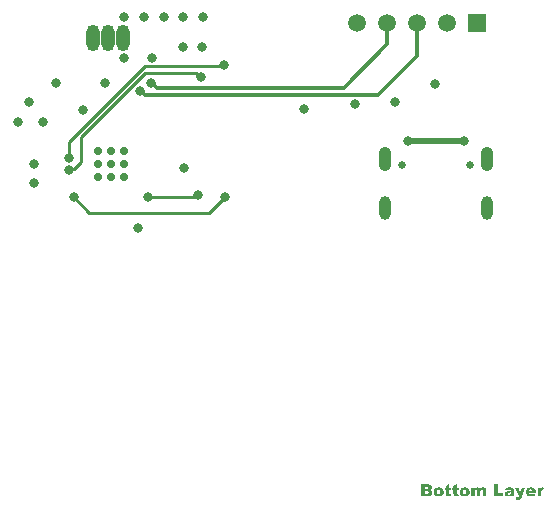
<source format=gbr>
%TF.GenerationSoftware,Altium Limited,Altium Designer,23.11.1 (41)*%
G04 Layer_Physical_Order=4*
G04 Layer_Color=16711680*
%FSLAX26Y26*%
%MOIN*%
%TF.SameCoordinates,9526E2AF-B100-4743-A6B5-6A4C7E8B4C09*%
%TF.FilePolarity,Positive*%
%TF.FileFunction,Copper,L4,Bot,Signal*%
%TF.Part,Single*%
G01*
G75*
%TA.AperFunction,Conductor*%
%ADD23C,0.009842*%
%ADD24C,0.019685*%
%ADD25C,0.011811*%
%TA.AperFunction,ComponentPad*%
%ADD28C,0.025591*%
%ADD29O,0.041339X0.082677*%
%ADD30O,0.039370X0.078740*%
%ADD31R,0.059055X0.059055*%
%ADD32C,0.059055*%
%ADD33O,0.043622X0.088976*%
%TA.AperFunction,ViaPad*%
%ADD34C,0.031496*%
%ADD35C,0.027559*%
G36*
X1901784Y-829003D02*
X1902178D01*
X1902637Y-829069D01*
X1903687Y-829266D01*
X1904802Y-829594D01*
X1906048Y-830119D01*
X1907229Y-830840D01*
X1907754Y-831234D01*
X1908279Y-831759D01*
X1908410Y-831890D01*
X1908541Y-832021D01*
X1908672Y-832283D01*
X1908869Y-832546D01*
X1909131Y-832939D01*
X1909328Y-833399D01*
X1909591Y-833858D01*
X1909853Y-834448D01*
X1910050Y-835039D01*
X1910312Y-835760D01*
X1910509Y-836547D01*
X1910640Y-837400D01*
X1910772Y-838319D01*
X1910903Y-839303D01*
Y-840352D01*
Y-858523D01*
X1899751D01*
Y-842058D01*
Y-841992D01*
Y-841730D01*
X1899685Y-841402D01*
Y-840943D01*
X1899423Y-839959D01*
X1899226Y-839499D01*
X1898964Y-839106D01*
X1898898Y-839040D01*
X1898767Y-838843D01*
X1898504Y-838647D01*
X1898176Y-838319D01*
X1897783Y-838056D01*
X1897323Y-837859D01*
X1896799Y-837663D01*
X1896208Y-837597D01*
X1895880D01*
X1895552Y-837663D01*
X1895093Y-837794D01*
X1894568Y-837925D01*
X1894043Y-838187D01*
X1893519Y-838581D01*
X1893060Y-839040D01*
X1892994Y-839106D01*
X1892863Y-839303D01*
X1892666Y-839631D01*
X1892469Y-840155D01*
X1892272Y-840811D01*
X1892075Y-841599D01*
X1891944Y-842517D01*
X1891879Y-843632D01*
Y-858523D01*
X1880727D01*
Y-842648D01*
Y-842583D01*
Y-842320D01*
Y-841992D01*
Y-841599D01*
X1880595Y-840746D01*
X1880530Y-840352D01*
X1880464Y-840024D01*
Y-839959D01*
X1880399Y-839827D01*
X1880202Y-839434D01*
X1879808Y-838843D01*
X1879218Y-838319D01*
X1879152Y-838253D01*
X1879087Y-838187D01*
X1878890Y-838056D01*
X1878628Y-837925D01*
X1877972Y-837728D01*
X1877643Y-837597D01*
X1876856D01*
X1876528Y-837663D01*
X1876069Y-837794D01*
X1875610Y-837925D01*
X1875085Y-838187D01*
X1874560Y-838581D01*
X1874035Y-839040D01*
X1873970Y-839106D01*
X1873839Y-839303D01*
X1873642Y-839696D01*
X1873445Y-840155D01*
X1873248Y-840811D01*
X1873052Y-841664D01*
X1872920Y-842648D01*
X1872855Y-843829D01*
Y-858523D01*
X1861703D01*
Y-829594D01*
X1872068D01*
Y-833858D01*
X1872199Y-833727D01*
X1872461Y-833399D01*
X1872920Y-832939D01*
X1873445Y-832415D01*
X1874167Y-831759D01*
X1874888Y-831168D01*
X1875741Y-830578D01*
X1876594Y-830119D01*
X1876725Y-830053D01*
X1876987Y-829922D01*
X1877512Y-829725D01*
X1878168Y-829528D01*
X1878956Y-829331D01*
X1879874Y-829135D01*
X1880924Y-829003D01*
X1882104Y-828938D01*
X1882695D01*
X1883285Y-829003D01*
X1884072Y-829069D01*
X1884991Y-829266D01*
X1885843Y-829463D01*
X1886762Y-829791D01*
X1887549Y-830184D01*
X1887615Y-830250D01*
X1887877Y-830447D01*
X1888271Y-830709D01*
X1888730Y-831103D01*
X1889255Y-831627D01*
X1889845Y-832283D01*
X1890370Y-833005D01*
X1890895Y-833858D01*
Y-833792D01*
X1891026Y-833727D01*
X1891354Y-833399D01*
X1891813Y-832939D01*
X1892469Y-832283D01*
X1893191Y-831693D01*
X1893978Y-831037D01*
X1894831Y-830447D01*
X1895618Y-829987D01*
X1895749Y-829922D01*
X1896012Y-829791D01*
X1896471Y-829659D01*
X1897127Y-829463D01*
X1897914Y-829266D01*
X1898832Y-829069D01*
X1899816Y-829003D01*
X1900997Y-828938D01*
X1901456D01*
X1901784Y-829003D01*
D02*
G37*
G36*
X2100421D02*
X2101077Y-829135D01*
X2101864Y-829331D01*
X2102783Y-829594D01*
X2103832Y-829987D01*
X2104882Y-830512D01*
X2101405Y-838384D01*
X2101340Y-838319D01*
X2101077Y-838253D01*
X2100749Y-838122D01*
X2100290Y-837925D01*
X2099306Y-837663D01*
X2098781Y-837597D01*
X2098322Y-837531D01*
X2097994D01*
X2097600Y-837597D01*
X2097075Y-837728D01*
X2096551Y-837991D01*
X2096026Y-838319D01*
X2095436Y-838778D01*
X2094976Y-839368D01*
X2094911Y-839499D01*
X2094845Y-839631D01*
X2094714Y-839893D01*
X2094583Y-840155D01*
X2094452Y-840549D01*
X2094255Y-841008D01*
X2094124Y-841533D01*
X2093992Y-842123D01*
X2093796Y-842845D01*
X2093664Y-843567D01*
X2093533Y-844485D01*
X2093402Y-845403D01*
X2093336Y-846453D01*
X2093271Y-847634D01*
Y-848880D01*
Y-858523D01*
X2082119D01*
Y-829594D01*
X2092483D01*
Y-834317D01*
X2092549Y-834251D01*
X2092746Y-833858D01*
X2093074Y-833333D01*
X2093468Y-832677D01*
X2093927Y-831955D01*
X2094452Y-831299D01*
X2094976Y-830643D01*
X2095567Y-830119D01*
X2095632Y-830053D01*
X2095829Y-829922D01*
X2096223Y-829725D01*
X2096682Y-829528D01*
X2097207Y-829331D01*
X2097863Y-829135D01*
X2098650Y-829003D01*
X2099503Y-828938D01*
X2099962D01*
X2100421Y-829003D01*
D02*
G37*
G36*
X2030032Y-860491D02*
Y-860557D01*
X2029967Y-860688D01*
X2029835Y-861016D01*
X2029704Y-861344D01*
X2029507Y-861738D01*
X2029311Y-862263D01*
X2028786Y-863378D01*
X2028196Y-864559D01*
X2027540Y-865739D01*
X2026818Y-866789D01*
X2026424Y-867248D01*
X2026031Y-867642D01*
X2025899Y-867773D01*
X2025703Y-867904D01*
X2025506Y-868035D01*
X2025178Y-868232D01*
X2024784Y-868495D01*
X2024391Y-868691D01*
X2023866Y-868954D01*
X2023275Y-869216D01*
X2022620Y-869413D01*
X2021898Y-869675D01*
X2021111Y-869872D01*
X2020258Y-870003D01*
X2019340Y-870135D01*
X2018290Y-870266D01*
X2016781D01*
X2016191Y-870200D01*
X2015403D01*
X2014354Y-870135D01*
X2013108Y-870003D01*
X2011599Y-869807D01*
X2009828Y-869610D01*
X2008975Y-861869D01*
X2009106D01*
X2009368Y-862000D01*
X2009893Y-862131D01*
X2010549Y-862263D01*
X2011336Y-862394D01*
X2012189Y-862525D01*
X2013239Y-862591D01*
X2014288Y-862656D01*
X2014616D01*
X2014944Y-862591D01*
X2015403Y-862525D01*
X2016453Y-862263D01*
X2016978Y-862066D01*
X2017437Y-861738D01*
X2017503Y-861672D01*
X2017634Y-861541D01*
X2017896Y-861344D01*
X2018159Y-861016D01*
X2018487Y-860557D01*
X2018880Y-859967D01*
X2019208Y-859311D01*
X2019536Y-858523D01*
X2007400Y-829594D01*
X2019077D01*
X2025047Y-848880D01*
X2030557Y-829594D01*
X2041512D01*
X2030032Y-860491D01*
D02*
G37*
G36*
X1990672Y-829003D02*
X1991984Y-829069D01*
X1993296Y-829200D01*
X1994674Y-829331D01*
X1995855Y-829528D01*
X1995986D01*
X1996380Y-829659D01*
X1996904Y-829791D01*
X1997626Y-830053D01*
X1998413Y-830381D01*
X1999266Y-830775D01*
X2000119Y-831299D01*
X2000906Y-831890D01*
X2000972Y-831955D01*
X2001168Y-832087D01*
X2001431Y-832415D01*
X2001759Y-832743D01*
X2002087Y-833267D01*
X2002480Y-833858D01*
X2002808Y-834579D01*
X2003136Y-835367D01*
X2003202Y-835432D01*
X2003267Y-835760D01*
X2003399Y-836154D01*
X2003595Y-836744D01*
X2003727Y-837400D01*
X2003858Y-838122D01*
X2003924Y-838843D01*
X2003989Y-839631D01*
Y-852423D01*
Y-852488D01*
Y-852751D01*
Y-853144D01*
Y-853603D01*
X2004055Y-854653D01*
X2004120Y-855178D01*
X2004186Y-855637D01*
Y-855703D01*
X2004252Y-855834D01*
X2004317Y-856096D01*
X2004448Y-856424D01*
X2004580Y-856818D01*
X2004776Y-857343D01*
X2005039Y-857867D01*
X2005367Y-858523D01*
X1994936D01*
Y-858458D01*
X1994871Y-858327D01*
X1994608Y-857867D01*
X1994346Y-857343D01*
X1994149Y-856883D01*
Y-856752D01*
X1994018Y-856424D01*
X1993887Y-855834D01*
X1993821Y-855440D01*
X1993755Y-854981D01*
X1993690Y-855047D01*
X1993362Y-855309D01*
X1992968Y-855703D01*
X1992378Y-856162D01*
X1991722Y-856621D01*
X1991000Y-857146D01*
X1990213Y-857605D01*
X1989426Y-857999D01*
X1989295Y-858064D01*
X1988901Y-858195D01*
X1988311Y-858392D01*
X1987458Y-858589D01*
X1986474Y-858786D01*
X1985293Y-858983D01*
X1983981Y-859114D01*
X1982538Y-859179D01*
X1982013D01*
X1981685Y-859114D01*
X1981226D01*
X1980767Y-859048D01*
X1979586Y-858851D01*
X1978340Y-858589D01*
X1977027Y-858195D01*
X1975781Y-857605D01*
X1974666Y-856818D01*
X1974535Y-856687D01*
X1974272Y-856359D01*
X1973813Y-855834D01*
X1973354Y-855178D01*
X1972829Y-854325D01*
X1972370Y-853275D01*
X1972108Y-852160D01*
X1971976Y-850914D01*
Y-850848D01*
Y-850783D01*
Y-850389D01*
X1972108Y-849733D01*
X1972239Y-849011D01*
X1972436Y-848159D01*
X1972764Y-847240D01*
X1973223Y-846322D01*
X1973879Y-845469D01*
X1973944Y-845403D01*
X1974272Y-845141D01*
X1974797Y-844747D01*
X1975519Y-844288D01*
X1976503Y-843763D01*
X1977093Y-843501D01*
X1977749Y-843239D01*
X1978471Y-842976D01*
X1979258Y-842779D01*
X1980111Y-842517D01*
X1981029Y-842320D01*
X1981095D01*
X1981292Y-842255D01*
X1981620Y-842189D01*
X1982013Y-842123D01*
X1982538Y-841992D01*
X1983128Y-841927D01*
X1984440Y-841664D01*
X1985752Y-841336D01*
X1987130Y-841074D01*
X1987720Y-840943D01*
X1988311Y-840811D01*
X1988770Y-840680D01*
X1989164Y-840615D01*
X1989229D01*
X1989492Y-840549D01*
X1989885Y-840418D01*
X1990410Y-840221D01*
X1991000Y-840024D01*
X1991656Y-839827D01*
X1993165Y-839237D01*
Y-839171D01*
Y-838909D01*
X1993100Y-838581D01*
X1993034Y-838122D01*
X1992837Y-837203D01*
X1992575Y-836744D01*
X1992312Y-836416D01*
X1992247Y-836351D01*
X1992116Y-836285D01*
X1991919Y-836154D01*
X1991591Y-835957D01*
X1991197Y-835826D01*
X1990672Y-835695D01*
X1990016Y-835629D01*
X1989295Y-835563D01*
X1988835D01*
X1988376Y-835629D01*
X1987720Y-835695D01*
X1986408Y-835957D01*
X1985752Y-836154D01*
X1985162Y-836482D01*
X1985096D01*
X1984965Y-836613D01*
X1984768Y-836810D01*
X1984572Y-837007D01*
X1984309Y-837400D01*
X1983981Y-837794D01*
X1983719Y-838319D01*
X1983456Y-838975D01*
X1972829Y-837859D01*
Y-837728D01*
X1972960Y-837400D01*
X1973091Y-836875D01*
X1973288Y-836285D01*
X1973485Y-835563D01*
X1973813Y-834842D01*
X1974141Y-834186D01*
X1974535Y-833530D01*
X1974600Y-833464D01*
X1974732Y-833267D01*
X1974994Y-832939D01*
X1975388Y-832546D01*
X1975847Y-832152D01*
X1976371Y-831693D01*
X1977027Y-831234D01*
X1977815Y-830775D01*
X1977880Y-830709D01*
X1978077Y-830643D01*
X1978405Y-830447D01*
X1978930Y-830315D01*
X1979520Y-830053D01*
X1980242Y-829856D01*
X1981095Y-829659D01*
X1982013Y-829463D01*
X1982144D01*
X1982472Y-829397D01*
X1982997Y-829266D01*
X1983719Y-829200D01*
X1984637Y-829069D01*
X1985555Y-829003D01*
X1986671Y-828938D01*
X1989557D01*
X1990672Y-829003D01*
D02*
G37*
G36*
X1949148Y-848683D02*
X1968499D01*
Y-858523D01*
X1936815D01*
Y-818573D01*
X1949148D01*
Y-848683D01*
D02*
G37*
G36*
X1718957Y-818639D02*
X1719416D01*
X1719941Y-818704D01*
X1721253Y-818901D01*
X1722696Y-819295D01*
X1724139Y-819819D01*
X1725583Y-820475D01*
X1726239Y-820935D01*
X1726829Y-821459D01*
X1726895D01*
X1726960Y-821591D01*
X1727354Y-821984D01*
X1727813Y-822575D01*
X1728403Y-823427D01*
X1728994Y-824477D01*
X1729519Y-825658D01*
X1729847Y-827035D01*
X1729912Y-827757D01*
X1729978Y-828544D01*
Y-828610D01*
Y-828675D01*
Y-828872D01*
Y-829135D01*
X1729847Y-829791D01*
X1729716Y-830643D01*
X1729453Y-831562D01*
X1729060Y-832611D01*
X1728469Y-833661D01*
X1727747Y-834645D01*
X1727682Y-834711D01*
X1727485Y-834907D01*
X1727091Y-835235D01*
X1726632Y-835629D01*
X1726042Y-836023D01*
X1725255Y-836482D01*
X1724402Y-836941D01*
X1723418Y-837335D01*
X1723484D01*
X1723615Y-837400D01*
X1723812Y-837466D01*
X1724139Y-837531D01*
X1724927Y-837794D01*
X1725845Y-838122D01*
X1726895Y-838647D01*
X1727944Y-839237D01*
X1728928Y-839959D01*
X1729781Y-840877D01*
X1729847Y-841008D01*
X1730109Y-841336D01*
X1730437Y-841861D01*
X1730831Y-842583D01*
X1731159Y-843501D01*
X1731487Y-844551D01*
X1731749Y-845797D01*
X1731815Y-847175D01*
Y-847240D01*
Y-847306D01*
Y-847699D01*
X1731749Y-848290D01*
X1731618Y-849077D01*
X1731421Y-849930D01*
X1731159Y-850848D01*
X1730831Y-851832D01*
X1730306Y-852816D01*
X1730240Y-852947D01*
X1730043Y-853210D01*
X1729716Y-853669D01*
X1729256Y-854194D01*
X1728732Y-854850D01*
X1728010Y-855440D01*
X1727288Y-856096D01*
X1726370Y-856687D01*
X1726304Y-856752D01*
X1726108Y-856818D01*
X1725714Y-857015D01*
X1725255Y-857211D01*
X1724599Y-857408D01*
X1723746Y-857605D01*
X1722828Y-857802D01*
X1721712Y-857999D01*
X1721515D01*
X1721319Y-858064D01*
X1721056D01*
X1720335Y-858130D01*
X1719416Y-858261D01*
X1718498Y-858327D01*
X1717580Y-858458D01*
X1716792Y-858523D01*
X1694882D01*
Y-818573D01*
X1718498D01*
X1718957Y-818639D01*
D02*
G37*
G36*
X2061258Y-829003D02*
X2061848D01*
X2062504Y-829069D01*
X2063226Y-829200D01*
X2064800Y-829397D01*
X2066440Y-829725D01*
X2068015Y-830184D01*
X2069458Y-830840D01*
X2069523D01*
X2069589Y-830906D01*
X2069786Y-831037D01*
X2070048Y-831168D01*
X2070704Y-831627D01*
X2071492Y-832218D01*
X2072410Y-833005D01*
X2073328Y-833989D01*
X2074181Y-835104D01*
X2074968Y-836351D01*
Y-836416D01*
X2075034Y-836482D01*
X2075165Y-836744D01*
X2075296Y-837007D01*
X2075427Y-837335D01*
X2075559Y-837794D01*
X2075756Y-838253D01*
X2075952Y-838843D01*
X2076084Y-839434D01*
X2076280Y-840155D01*
X2076608Y-841730D01*
X2076805Y-843567D01*
X2076871Y-845600D01*
Y-846847D01*
X2054632D01*
Y-846978D01*
X2054698Y-847306D01*
X2054764Y-847765D01*
X2054895Y-848355D01*
X2055091Y-849011D01*
X2055354Y-849667D01*
X2055616Y-850323D01*
X2056010Y-850848D01*
X2056075Y-850914D01*
X2056338Y-851111D01*
X2056666Y-851439D01*
X2057125Y-851767D01*
X2057781Y-852095D01*
X2058503Y-852423D01*
X2059290Y-852619D01*
X2060208Y-852685D01*
X2060471D01*
X2060799Y-852619D01*
X2061192Y-852554D01*
X2061651Y-852488D01*
X2062176Y-852357D01*
X2062767Y-852160D01*
X2063291Y-851898D01*
X2063357D01*
X2063423Y-851767D01*
X2063619Y-851635D01*
X2063882Y-851439D01*
X2064210Y-851242D01*
X2064538Y-850914D01*
X2064866Y-850520D01*
X2065260Y-850061D01*
X2076215Y-851045D01*
Y-851111D01*
X2076084Y-851242D01*
X2075952Y-851439D01*
X2075756Y-851767D01*
X2075231Y-852554D01*
X2074509Y-853472D01*
X2073591Y-854522D01*
X2072541Y-855571D01*
X2071426Y-856555D01*
X2070114Y-857343D01*
X2070048D01*
X2069983Y-857408D01*
X2069720Y-857539D01*
X2069458Y-857605D01*
X2069064Y-857736D01*
X2068671Y-857933D01*
X2068146Y-858064D01*
X2067555Y-858261D01*
X2066834Y-858458D01*
X2066112Y-858589D01*
X2065260Y-858720D01*
X2064341Y-858917D01*
X2063357Y-858983D01*
X2062307Y-859114D01*
X2061192Y-859179D01*
X2059093D01*
X2058568Y-859114D01*
X2058044D01*
X2056731Y-858983D01*
X2055288Y-858786D01*
X2053780Y-858523D01*
X2052271Y-858130D01*
X2050959Y-857605D01*
X2050893D01*
X2050827Y-857539D01*
X2050434Y-857277D01*
X2049778Y-856883D01*
X2049056Y-856359D01*
X2048204Y-855637D01*
X2047285Y-854784D01*
X2046367Y-853735D01*
X2045514Y-852488D01*
Y-852423D01*
X2045448Y-852357D01*
X2045317Y-852160D01*
X2045186Y-851832D01*
X2044989Y-851504D01*
X2044858Y-851111D01*
X2044464Y-850127D01*
X2044005Y-848880D01*
X2043677Y-847503D01*
X2043415Y-845863D01*
X2043349Y-844157D01*
Y-844091D01*
Y-843829D01*
Y-843501D01*
X2043415Y-843042D01*
X2043480Y-842451D01*
X2043611Y-841795D01*
X2043743Y-841008D01*
X2043874Y-840221D01*
X2044399Y-838450D01*
X2044727Y-837531D01*
X2045186Y-836613D01*
X2045645Y-835695D01*
X2046236Y-834842D01*
X2046891Y-833923D01*
X2047679Y-833136D01*
X2047744Y-833071D01*
X2047876Y-832939D01*
X2048138Y-832743D01*
X2048466Y-832480D01*
X2048925Y-832152D01*
X2049450Y-831824D01*
X2050106Y-831431D01*
X2050827Y-831037D01*
X2051615Y-830643D01*
X2052533Y-830250D01*
X2053517Y-829922D01*
X2054567Y-829594D01*
X2055747Y-829331D01*
X2056994Y-829135D01*
X2058306Y-829003D01*
X2059684Y-828938D01*
X2060733D01*
X2061258Y-829003D01*
D02*
G37*
G36*
X1840973D02*
X1841695Y-829069D01*
X1842547Y-829200D01*
X1843466Y-829331D01*
X1844450Y-829594D01*
X1845499Y-829856D01*
X1846615Y-830184D01*
X1847664Y-830578D01*
X1848780Y-831037D01*
X1849829Y-831627D01*
X1850879Y-832349D01*
X1851863Y-833071D01*
X1852716Y-833989D01*
X1852781Y-834055D01*
X1852847Y-834186D01*
X1853043Y-834383D01*
X1853306Y-834711D01*
X1853568Y-835104D01*
X1853831Y-835563D01*
X1854159Y-836154D01*
X1854552Y-836744D01*
X1854880Y-837466D01*
X1855208Y-838253D01*
X1855733Y-839959D01*
X1856192Y-841861D01*
X1856258Y-842911D01*
X1856323Y-844026D01*
Y-844091D01*
Y-844288D01*
Y-844682D01*
X1856258Y-845141D01*
X1856192Y-845666D01*
X1856061Y-846322D01*
X1855930Y-847043D01*
X1855799Y-847896D01*
X1855208Y-849602D01*
X1854880Y-850520D01*
X1854421Y-851439D01*
X1853962Y-852357D01*
X1853306Y-853210D01*
X1852650Y-854063D01*
X1851863Y-854915D01*
X1851797Y-854981D01*
X1851666Y-855112D01*
X1851403Y-855309D01*
X1851075Y-855571D01*
X1850616Y-855899D01*
X1850026Y-856293D01*
X1849370Y-856621D01*
X1848648Y-857015D01*
X1847861Y-857474D01*
X1846877Y-857802D01*
X1845893Y-858195D01*
X1844778Y-858523D01*
X1843597Y-858786D01*
X1842351Y-858983D01*
X1841039Y-859114D01*
X1839595Y-859179D01*
X1838939D01*
X1838415Y-859114D01*
X1837824Y-859048D01*
X1837168Y-858983D01*
X1836381Y-858917D01*
X1835528Y-858720D01*
X1833757Y-858327D01*
X1831855Y-857736D01*
X1830936Y-857343D01*
X1829952Y-856818D01*
X1829100Y-856293D01*
X1828247Y-855703D01*
X1828181Y-855637D01*
X1828050Y-855506D01*
X1827787Y-855243D01*
X1827459Y-854915D01*
X1827000Y-854456D01*
X1826607Y-853931D01*
X1826082Y-853341D01*
X1825623Y-852619D01*
X1825164Y-851832D01*
X1824639Y-850979D01*
X1824245Y-849995D01*
X1823851Y-848946D01*
X1823458Y-847896D01*
X1823196Y-846715D01*
X1823064Y-845469D01*
X1822999Y-844157D01*
Y-844091D01*
Y-843895D01*
Y-843501D01*
X1823064Y-843042D01*
X1823130Y-842517D01*
X1823261Y-841861D01*
X1823392Y-841074D01*
X1823589Y-840287D01*
X1824114Y-838581D01*
X1824442Y-837663D01*
X1824901Y-836744D01*
X1825426Y-835826D01*
X1826016Y-834973D01*
X1826672Y-834120D01*
X1827459Y-833267D01*
X1827525Y-833202D01*
X1827656Y-833071D01*
X1827919Y-832874D01*
X1828247Y-832611D01*
X1828706Y-832283D01*
X1829296Y-831890D01*
X1829887Y-831496D01*
X1830674Y-831103D01*
X1831461Y-830709D01*
X1832380Y-830315D01*
X1833363Y-829922D01*
X1834413Y-829594D01*
X1835594Y-829331D01*
X1836840Y-829135D01*
X1838152Y-829003D01*
X1839530Y-828938D01*
X1840383D01*
X1840973Y-829003D01*
D02*
G37*
G36*
X1813027Y-829594D02*
X1819128D01*
Y-837728D01*
X1813027D01*
Y-847962D01*
Y-848027D01*
Y-848224D01*
Y-848552D01*
X1813093Y-848946D01*
X1813159Y-849733D01*
X1813224Y-850127D01*
X1813355Y-850389D01*
Y-850455D01*
X1813487Y-850520D01*
X1813815Y-850848D01*
X1814077Y-851045D01*
X1814405Y-851176D01*
X1814799Y-851242D01*
X1815258Y-851307D01*
X1815520D01*
X1815783Y-851242D01*
X1816176D01*
X1816636Y-851176D01*
X1817226Y-851045D01*
X1817882Y-850848D01*
X1818669Y-850651D01*
X1819522Y-858327D01*
X1819456D01*
X1819325Y-858392D01*
X1819128D01*
X1818800Y-858458D01*
X1818472Y-858523D01*
X1818013Y-858589D01*
X1817029Y-858720D01*
X1815848Y-858917D01*
X1814536Y-859048D01*
X1813159Y-859114D01*
X1811781Y-859179D01*
X1811125D01*
X1810403Y-859114D01*
X1809485Y-859048D01*
X1808501Y-858917D01*
X1807451Y-858720D01*
X1806533Y-858458D01*
X1805680Y-858130D01*
X1805615Y-858064D01*
X1805352Y-857933D01*
X1805024Y-857671D01*
X1804565Y-857343D01*
X1804106Y-856883D01*
X1803647Y-856359D01*
X1803188Y-855703D01*
X1802794Y-854915D01*
X1802728Y-854784D01*
X1802663Y-854522D01*
X1802532Y-853997D01*
X1802335Y-853210D01*
X1802138Y-852226D01*
X1802007Y-851045D01*
X1801941Y-849602D01*
X1801876Y-847896D01*
Y-837728D01*
X1797808D01*
Y-829594D01*
X1801876D01*
Y-824280D01*
X1813027Y-818573D01*
Y-829594D01*
D02*
G37*
G36*
X1788231D02*
X1794332D01*
Y-837728D01*
X1788231D01*
Y-847962D01*
Y-848027D01*
Y-848224D01*
Y-848552D01*
X1788296Y-848946D01*
X1788362Y-849733D01*
X1788428Y-850127D01*
X1788559Y-850389D01*
Y-850455D01*
X1788690Y-850520D01*
X1789018Y-850848D01*
X1789280Y-851045D01*
X1789608Y-851176D01*
X1790002Y-851242D01*
X1790461Y-851307D01*
X1790724D01*
X1790986Y-851242D01*
X1791380D01*
X1791839Y-851176D01*
X1792429Y-851045D01*
X1793085Y-850848D01*
X1793872Y-850651D01*
X1794725Y-858327D01*
X1794659D01*
X1794528Y-858392D01*
X1794332D01*
X1794004Y-858458D01*
X1793676Y-858523D01*
X1793216Y-858589D01*
X1792232Y-858720D01*
X1791052Y-858917D01*
X1789739Y-859048D01*
X1788362Y-859114D01*
X1786984Y-859179D01*
X1786328D01*
X1785607Y-859114D01*
X1784688Y-859048D01*
X1783704Y-858917D01*
X1782655Y-858720D01*
X1781736Y-858458D01*
X1780883Y-858130D01*
X1780818Y-858064D01*
X1780555Y-857933D01*
X1780227Y-857671D01*
X1779768Y-857343D01*
X1779309Y-856883D01*
X1778850Y-856359D01*
X1778391Y-855703D01*
X1777997Y-854915D01*
X1777931Y-854784D01*
X1777866Y-854522D01*
X1777735Y-853997D01*
X1777538Y-853210D01*
X1777341Y-852226D01*
X1777210Y-851045D01*
X1777144Y-849602D01*
X1777079Y-847896D01*
Y-837728D01*
X1773012D01*
Y-829594D01*
X1777079D01*
Y-824280D01*
X1788231Y-818573D01*
Y-829594D01*
D02*
G37*
G36*
X1754119Y-829003D02*
X1754840Y-829069D01*
X1755693Y-829200D01*
X1756611Y-829331D01*
X1757595Y-829594D01*
X1758645Y-829856D01*
X1759760Y-830184D01*
X1760810Y-830578D01*
X1761925Y-831037D01*
X1762975Y-831627D01*
X1764024Y-832349D01*
X1765008Y-833071D01*
X1765861Y-833989D01*
X1765927Y-834055D01*
X1765992Y-834186D01*
X1766189Y-834383D01*
X1766451Y-834711D01*
X1766714Y-835104D01*
X1766976Y-835563D01*
X1767304Y-836154D01*
X1767698Y-836744D01*
X1768026Y-837466D01*
X1768354Y-838253D01*
X1768879Y-839959D01*
X1769338Y-841861D01*
X1769403Y-842911D01*
X1769469Y-844026D01*
Y-844091D01*
Y-844288D01*
Y-844682D01*
X1769403Y-845141D01*
X1769338Y-845666D01*
X1769207Y-846322D01*
X1769075Y-847043D01*
X1768944Y-847896D01*
X1768354Y-849602D01*
X1768026Y-850520D01*
X1767567Y-851439D01*
X1767108Y-852357D01*
X1766451Y-853210D01*
X1765795Y-854063D01*
X1765008Y-854915D01*
X1764943Y-854981D01*
X1764812Y-855112D01*
X1764549Y-855309D01*
X1764221Y-855571D01*
X1763762Y-855899D01*
X1763171Y-856293D01*
X1762515Y-856621D01*
X1761794Y-857015D01*
X1761007Y-857474D01*
X1760023Y-857802D01*
X1759039Y-858195D01*
X1757924Y-858523D01*
X1756743Y-858786D01*
X1755496Y-858983D01*
X1754184Y-859114D01*
X1752741Y-859179D01*
X1752085D01*
X1751560Y-859114D01*
X1750970Y-859048D01*
X1750314Y-858983D01*
X1749527Y-858917D01*
X1748674Y-858720D01*
X1746903Y-858327D01*
X1745000Y-857736D01*
X1744082Y-857343D01*
X1743098Y-856818D01*
X1742245Y-856293D01*
X1741392Y-855703D01*
X1741327Y-855637D01*
X1741196Y-855506D01*
X1740933Y-855243D01*
X1740605Y-854915D01*
X1740146Y-854456D01*
X1739752Y-853931D01*
X1739227Y-853341D01*
X1738768Y-852619D01*
X1738309Y-851832D01*
X1737784Y-850979D01*
X1737391Y-849995D01*
X1736997Y-848946D01*
X1736603Y-847896D01*
X1736341Y-846715D01*
X1736210Y-845469D01*
X1736144Y-844157D01*
Y-844091D01*
Y-843895D01*
Y-843501D01*
X1736210Y-843042D01*
X1736275Y-842517D01*
X1736407Y-841861D01*
X1736538Y-841074D01*
X1736735Y-840287D01*
X1737259Y-838581D01*
X1737588Y-837663D01*
X1738047Y-836744D01*
X1738572Y-835826D01*
X1739162Y-834973D01*
X1739818Y-834120D01*
X1740605Y-833267D01*
X1740671Y-833202D01*
X1740802Y-833071D01*
X1741064Y-832874D01*
X1741392Y-832611D01*
X1741851Y-832283D01*
X1742442Y-831890D01*
X1743032Y-831496D01*
X1743820Y-831103D01*
X1744607Y-830709D01*
X1745525Y-830315D01*
X1746509Y-829922D01*
X1747559Y-829594D01*
X1748739Y-829331D01*
X1749986Y-829135D01*
X1751298Y-829003D01*
X1752676Y-828938D01*
X1753528D01*
X1754119Y-829003D01*
D02*
G37*
%LPC*%
G36*
X1993165Y-844813D02*
X1993034Y-844879D01*
X1992772Y-844944D01*
X1992312Y-845141D01*
X1991656Y-845338D01*
X1990935Y-845535D01*
X1990148Y-845797D01*
X1988311Y-846256D01*
X1988245D01*
X1988179Y-846322D01*
X1987786Y-846387D01*
X1987196Y-846584D01*
X1986540Y-846847D01*
X1985818Y-847109D01*
X1985096Y-847371D01*
X1984506Y-847699D01*
X1984047Y-848027D01*
X1983981Y-848093D01*
X1983916Y-848159D01*
X1983784Y-848355D01*
X1983588Y-848618D01*
X1983259Y-849274D01*
X1983194Y-849667D01*
X1983128Y-850061D01*
Y-850127D01*
Y-850258D01*
X1983194Y-850520D01*
X1983259Y-850848D01*
X1983522Y-851504D01*
X1983719Y-851898D01*
X1984047Y-852226D01*
X1984112D01*
X1984244Y-852357D01*
X1984440Y-852488D01*
X1984703Y-852619D01*
X1985096Y-852751D01*
X1985555Y-852882D01*
X1986146Y-852947D01*
X1986736Y-853013D01*
X1987064D01*
X1987392Y-852947D01*
X1987851Y-852882D01*
X1988376Y-852816D01*
X1988967Y-852619D01*
X1989557Y-852423D01*
X1990148Y-852160D01*
X1990213Y-852095D01*
X1990410Y-851963D01*
X1990672Y-851832D01*
X1991066Y-851570D01*
X1991787Y-850848D01*
X1992181Y-850455D01*
X1992444Y-849995D01*
X1992509Y-849930D01*
X1992575Y-849733D01*
X1992706Y-849471D01*
X1992837Y-849077D01*
X1992968Y-848552D01*
X1993034Y-848027D01*
X1993165Y-847306D01*
Y-846584D01*
Y-844813D01*
D02*
G37*
G36*
X1712725Y-826642D02*
X1707346D01*
Y-834251D01*
X1713119D01*
X1713643Y-834186D01*
X1714234Y-834120D01*
X1714890Y-833989D01*
X1715546Y-833858D01*
X1716202Y-833595D01*
X1716661Y-833267D01*
X1716727Y-833202D01*
X1716858Y-833071D01*
X1717055Y-832874D01*
X1717252Y-832546D01*
X1717448Y-832152D01*
X1717645Y-831627D01*
X1717776Y-831037D01*
X1717842Y-830381D01*
Y-830315D01*
Y-830119D01*
X1717776Y-829791D01*
X1717711Y-829397D01*
X1717580Y-829003D01*
X1717317Y-828544D01*
X1717055Y-828085D01*
X1716661Y-827691D01*
X1716595Y-827626D01*
X1716464Y-827495D01*
X1716136Y-827363D01*
X1715743Y-827167D01*
X1715218Y-826970D01*
X1714562Y-826773D01*
X1713709Y-826707D01*
X1712725Y-826642D01*
D02*
G37*
G36*
X1713578Y-841861D02*
X1707346D01*
Y-849930D01*
X1714103D01*
X1714693Y-849864D01*
X1715349Y-849799D01*
X1716071Y-849667D01*
X1716858Y-849471D01*
X1717514Y-849208D01*
X1718104Y-848815D01*
X1718170Y-848749D01*
X1718301Y-848618D01*
X1718498Y-848355D01*
X1718760Y-848027D01*
X1719023Y-847568D01*
X1719219Y-847043D01*
X1719351Y-846453D01*
X1719416Y-845797D01*
Y-845731D01*
Y-845469D01*
X1719351Y-845207D01*
X1719285Y-844747D01*
X1719088Y-844354D01*
X1718891Y-843829D01*
X1718563Y-843370D01*
X1718104Y-842976D01*
X1718039Y-842911D01*
X1717842Y-842779D01*
X1717514Y-842648D01*
X1717055Y-842386D01*
X1716399Y-842189D01*
X1715611Y-842058D01*
X1714693Y-841927D01*
X1713578Y-841861D01*
D02*
G37*
G36*
X2060143Y-835498D02*
X2059684D01*
X2059224Y-835629D01*
X2058634Y-835760D01*
X2057978Y-836023D01*
X2057256Y-836416D01*
X2056535Y-836941D01*
X2055879Y-837663D01*
X2055813Y-837728D01*
X2055747Y-837925D01*
X2055551Y-838187D01*
X2055354Y-838647D01*
X2055157Y-839171D01*
X2054960Y-839827D01*
X2054764Y-840615D01*
X2054632Y-841533D01*
X2065588D01*
Y-841467D01*
Y-841402D01*
X2065522Y-841008D01*
X2065391Y-840418D01*
X2065260Y-839762D01*
X2064997Y-838975D01*
X2064735Y-838253D01*
X2064341Y-837531D01*
X2063816Y-836941D01*
X2063751Y-836875D01*
X2063554Y-836744D01*
X2063291Y-836482D01*
X2062832Y-836219D01*
X2062307Y-835957D01*
X2061717Y-835695D01*
X2060930Y-835563D01*
X2060143Y-835498D01*
D02*
G37*
G36*
X1839727Y-836547D02*
X1839333D01*
X1838874Y-836613D01*
X1838349Y-836810D01*
X1837693Y-837007D01*
X1837037Y-837335D01*
X1836381Y-837794D01*
X1835725Y-838450D01*
X1835659Y-838515D01*
X1835463Y-838778D01*
X1835200Y-839237D01*
X1834938Y-839893D01*
X1834676Y-840680D01*
X1834413Y-841664D01*
X1834216Y-842845D01*
X1834151Y-844157D01*
Y-844223D01*
Y-844354D01*
Y-844551D01*
Y-844813D01*
X1834216Y-845469D01*
X1834348Y-846322D01*
X1834544Y-847240D01*
X1834807Y-848224D01*
X1835135Y-849077D01*
X1835659Y-849864D01*
X1835725Y-849930D01*
X1835922Y-850127D01*
X1836315Y-850455D01*
X1836775Y-850783D01*
X1837300Y-851111D01*
X1838021Y-851439D01*
X1838808Y-851635D01*
X1839661Y-851701D01*
X1840055D01*
X1840514Y-851635D01*
X1841039Y-851504D01*
X1841695Y-851242D01*
X1842351Y-850979D01*
X1843007Y-850520D01*
X1843597Y-849930D01*
X1843663Y-849864D01*
X1843860Y-849602D01*
X1844122Y-849143D01*
X1844384Y-848487D01*
X1844647Y-847699D01*
X1844909Y-846650D01*
X1845106Y-845469D01*
X1845171Y-844026D01*
Y-843960D01*
Y-843829D01*
Y-843698D01*
Y-843435D01*
X1845106Y-842714D01*
X1844975Y-841927D01*
X1844778Y-841008D01*
X1844515Y-840090D01*
X1844122Y-839237D01*
X1843597Y-838450D01*
X1843532Y-838384D01*
X1843335Y-838122D01*
X1843007Y-837859D01*
X1842547Y-837466D01*
X1841957Y-837138D01*
X1841301Y-836810D01*
X1840580Y-836613D01*
X1839727Y-836547D01*
D02*
G37*
G36*
X1752872D02*
X1752479D01*
X1752020Y-836613D01*
X1751495Y-836810D01*
X1750839Y-837007D01*
X1750183Y-837335D01*
X1749527Y-837794D01*
X1748871Y-838450D01*
X1748805Y-838515D01*
X1748608Y-838778D01*
X1748346Y-839237D01*
X1748083Y-839893D01*
X1747821Y-840680D01*
X1747559Y-841664D01*
X1747362Y-842845D01*
X1747296Y-844157D01*
Y-844223D01*
Y-844354D01*
Y-844551D01*
Y-844813D01*
X1747362Y-845469D01*
X1747493Y-846322D01*
X1747690Y-847240D01*
X1747952Y-848224D01*
X1748280Y-849077D01*
X1748805Y-849864D01*
X1748871Y-849930D01*
X1749068Y-850127D01*
X1749461Y-850455D01*
X1749920Y-850783D01*
X1750445Y-851111D01*
X1751167Y-851439D01*
X1751954Y-851635D01*
X1752807Y-851701D01*
X1753200D01*
X1753659Y-851635D01*
X1754184Y-851504D01*
X1754840Y-851242D01*
X1755496Y-850979D01*
X1756152Y-850520D01*
X1756743Y-849930D01*
X1756808Y-849864D01*
X1757005Y-849602D01*
X1757267Y-849143D01*
X1757530Y-848487D01*
X1757792Y-847699D01*
X1758055Y-846650D01*
X1758252Y-845469D01*
X1758317Y-844026D01*
Y-843960D01*
Y-843829D01*
Y-843698D01*
Y-843435D01*
X1758252Y-842714D01*
X1758120Y-841927D01*
X1757924Y-841008D01*
X1757661Y-840090D01*
X1757267Y-839237D01*
X1756743Y-838450D01*
X1756677Y-838384D01*
X1756480Y-838122D01*
X1756152Y-837859D01*
X1755693Y-837466D01*
X1755103Y-837138D01*
X1754447Y-836810D01*
X1753725Y-836613D01*
X1752872Y-836547D01*
D02*
G37*
%LPD*%
D23*
X535639Y232490D02*
X559055Y255905D01*
Y338583D01*
X523828Y232490D02*
X535639D01*
X519685Y228346D02*
X523828Y232490D01*
X535433Y137795D02*
X586614Y86614D01*
X988189D01*
X957922Y539370D02*
X960630D01*
X944037Y553255D02*
X957922Y539370D01*
X773727Y553255D02*
X944037D01*
X559055Y338583D02*
X773727Y553255D01*
X773551Y575693D02*
X1032386D01*
X519685Y321827D02*
X773551Y575693D01*
X1032386D02*
X1035433Y578740D01*
X519685Y267716D02*
Y321827D01*
X935086Y137795D02*
X942960Y145669D01*
X783465Y137795D02*
X935086D01*
X942960Y145669D02*
X948819D01*
X988189Y86614D02*
X1039370Y137795D01*
D24*
X1649606Y326772D02*
X1838583D01*
D25*
X1437008Y503937D02*
X1581102Y648032D01*
X812037Y503937D02*
X1437008D01*
X1581102Y648032D02*
Y720472D01*
X1551181Y480315D02*
X1681102Y610236D01*
X772667Y480315D02*
X1551181D01*
X1681102Y610236D02*
Y720472D01*
X795276Y519685D02*
X796289D01*
X812037Y503937D01*
X755905Y492126D02*
X760856D01*
X772667Y480315D01*
D28*
X1630315Y247244D02*
D03*
X1857874D02*
D03*
D29*
X1914173Y266929D02*
D03*
X1574016D02*
D03*
D30*
X1914173Y102362D02*
D03*
X1574016D02*
D03*
D31*
X1881102Y720472D02*
D03*
D32*
X1781102D02*
D03*
X1681102D02*
D03*
X1581102D02*
D03*
X1481102D02*
D03*
D33*
X600000Y669680D02*
D03*
X700000D02*
D03*
X650000D02*
D03*
D34*
X385827Y456693D02*
D03*
X476378Y519291D02*
D03*
X535433Y137795D02*
D03*
X751968Y35433D02*
D03*
X1304626Y433071D02*
D03*
X899114Y637795D02*
D03*
X798311Y602362D02*
D03*
X966535Y740158D02*
D03*
X901082D02*
D03*
X704724D02*
D03*
Y602362D02*
D03*
X770177Y740158D02*
D03*
X835630D02*
D03*
X964567Y637795D02*
D03*
X433071Y389764D02*
D03*
X350394D02*
D03*
X403543Y247638D02*
D03*
X960630Y539370D02*
D03*
X755905Y492126D02*
D03*
X795276Y519685D02*
D03*
X1035433Y578740D02*
D03*
X1472441Y448819D02*
D03*
X1606299Y456693D02*
D03*
X1740158Y515748D02*
D03*
X641535Y519488D02*
D03*
X566929Y429134D02*
D03*
X948819Y145669D02*
D03*
X903149Y236220D02*
D03*
X783465Y137795D02*
D03*
X403543Y185433D02*
D03*
X1039370Y137795D02*
D03*
X1838583Y326772D02*
D03*
X1649606D02*
D03*
X519685Y228346D02*
D03*
Y267716D02*
D03*
D35*
X618110Y291339D02*
D03*
X661417D02*
D03*
X704724D02*
D03*
X618110Y248031D02*
D03*
X661417D02*
D03*
X704724D02*
D03*
X618110Y204724D02*
D03*
X661417D02*
D03*
X704724D02*
D03*
%TF.MD5,f352d9dfa62616ad521525aa6aab6644*%
M02*

</source>
